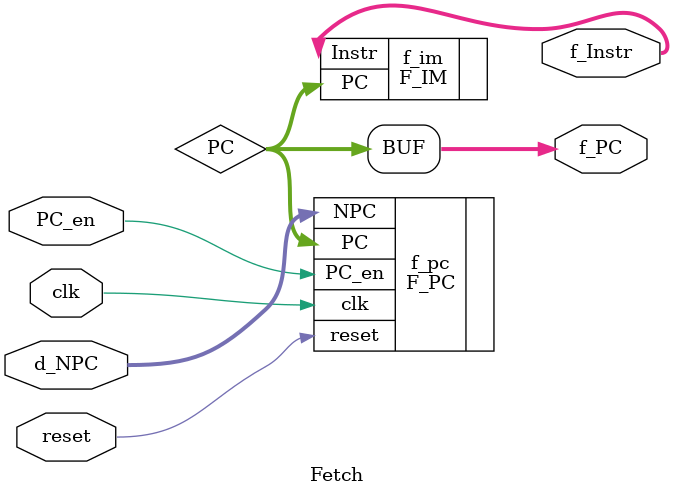
<source format=v>
`timescale 1ns / 1ps
module Fetch(
    input clk,
    input reset,
    input PC_en,
    input [31:0] d_NPC,
    output [31:0] f_PC,
    output [31:0] f_Instr
    );
    wire [31:0] PC;

    F_PC f_pc(
        .clk(clk),
        .reset(reset),
        .PC_en(PC_en),
        .NPC(d_NPC),
        .PC(PC)
    );
    F_IM f_im(
        .PC(PC),
        .Instr(f_Instr)
    );

    assign f_PC = PC;


endmodule

</source>
